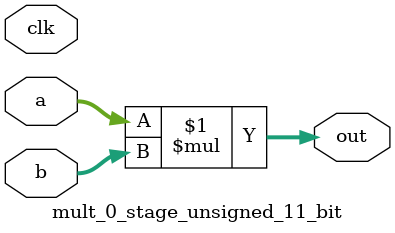
<source format=sv>
(* use_dsp = "yes" *) module mult_0_stage_unsigned_11_bit(
	input  [10:0] a,
	input  [10:0] b,
	output [10:0] out,
	input clk);

	assign out = a * b;
endmodule

</source>
